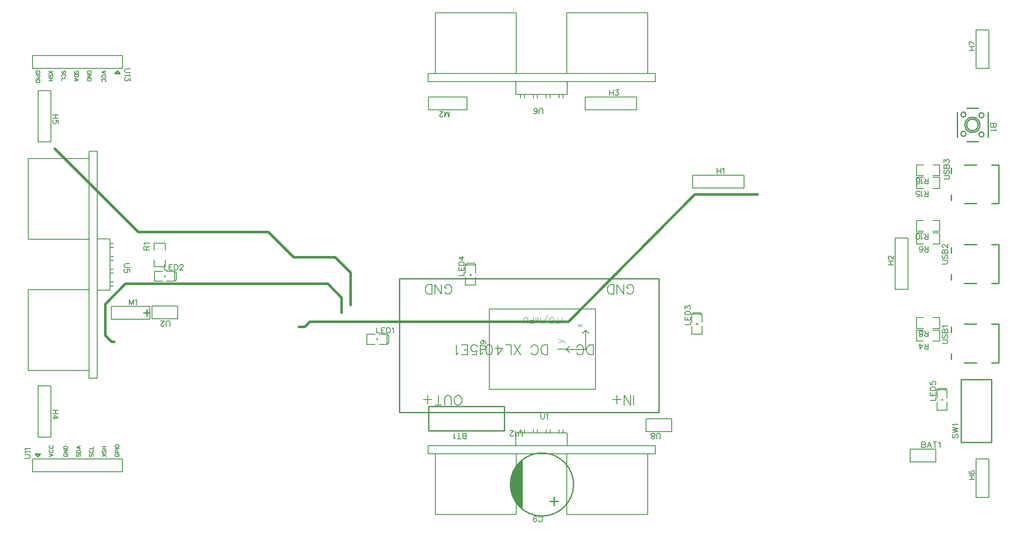
<source format=gto>
G04 Layer: TopSilkscreenLayer*
G04 EasyEDA v6.5.34, 2023-09-07 22:36:22*
G04 6936e88fb932453b8581c8861ee1522a,0b3e81c085af431c91bff7fd5324728f,10*
G04 Gerber Generator version 0.2*
G04 Scale: 100 percent, Rotated: No, Reflected: No *
G04 Dimensions in millimeters *
G04 leading zeros omitted , absolute positions ,4 integer and 5 decimal *
%FSLAX45Y45*%
%MOMM*%

%ADD10C,0.1524*%
%ADD11C,0.1016*%
%ADD12C,0.2032*%
%ADD13C,0.5080*%
%ADD14C,0.2540*%
%ADD15C,0.2030*%
%ADD16C,0.2000*%
%ADD17C,0.1270*%
%ADD18C,0.0107*%

%LPD*%
D10*
X10119537Y-89667D02*
G01*
X10124617Y-100081D01*
X10135031Y-110495D01*
X10145445Y-115829D01*
X10166273Y-115829D01*
X10176687Y-110495D01*
X10187101Y-100081D01*
X10192181Y-89667D01*
X10197515Y-74173D01*
X10197515Y-48265D01*
X10192181Y-32517D01*
X10187101Y-22103D01*
X10176687Y-11689D01*
X10166273Y-6609D01*
X10145445Y-6609D01*
X10135031Y-11689D01*
X10124617Y-22103D01*
X10119537Y-32517D01*
X10017683Y-79253D02*
G01*
X10023017Y-63759D01*
X10033177Y-53345D01*
X10048925Y-48265D01*
X10054005Y-48265D01*
X10069753Y-53345D01*
X10080167Y-63759D01*
X10085247Y-79253D01*
X10085247Y-84587D01*
X10080167Y-100081D01*
X10069753Y-110495D01*
X10054005Y-115829D01*
X10048925Y-115829D01*
X10033177Y-110495D01*
X10023017Y-100081D01*
X10017683Y-79253D01*
X10017683Y-53345D01*
X10023017Y-27437D01*
X10033177Y-11689D01*
X10048925Y-6609D01*
X10059339Y-6609D01*
X10074833Y-11689D01*
X10080167Y-22103D01*
X13649528Y6892792D02*
G01*
X13649528Y6783572D01*
X13722172Y6892792D02*
G01*
X13722172Y6783572D01*
X13649528Y6840722D02*
G01*
X13722172Y6840722D01*
X13756462Y6871964D02*
G01*
X13766876Y6877044D01*
X13782624Y6892792D01*
X13782624Y6783572D01*
X17032249Y4974534D02*
G01*
X17141469Y4974534D01*
X17032249Y5047178D02*
G01*
X17141469Y5047178D01*
X17084319Y4974534D02*
G01*
X17084319Y5047178D01*
X17058157Y5086802D02*
G01*
X17053077Y5086802D01*
X17042663Y5091882D01*
X17037583Y5097216D01*
X17032249Y5107630D01*
X17032249Y5128204D01*
X17037583Y5138618D01*
X17042663Y5143952D01*
X17053077Y5149032D01*
X17063491Y5149032D01*
X17073905Y5143952D01*
X17089399Y5133538D01*
X17141469Y5081468D01*
X17141469Y5154366D01*
X617651Y2100320D02*
G01*
X508685Y2100320D01*
X617651Y2027676D02*
G01*
X508685Y2027676D01*
X565835Y2100320D02*
G01*
X565835Y2027676D01*
X617651Y1941316D02*
G01*
X545007Y1993386D01*
X545007Y1915408D01*
X617651Y1941316D02*
G01*
X508685Y1941316D01*
X617804Y7950296D02*
G01*
X508584Y7950296D01*
X617804Y7877652D02*
G01*
X508584Y7877652D01*
X565734Y7950296D02*
G01*
X565734Y7877652D01*
X617804Y7780878D02*
G01*
X617804Y7832948D01*
X571068Y7838028D01*
X576148Y7832948D01*
X581482Y7817454D01*
X581482Y7801706D01*
X576148Y7786212D01*
X565734Y7775798D01*
X550240Y7770718D01*
X539826Y7770718D01*
X524332Y7775798D01*
X513918Y7786212D01*
X508584Y7801706D01*
X508584Y7817454D01*
X513918Y7832948D01*
X518998Y7838028D01*
X529412Y7843362D01*
X2024710Y4292594D02*
G01*
X2024710Y4183628D01*
X2024710Y4292594D02*
G01*
X2066112Y4183628D01*
X2107768Y4292594D02*
G01*
X2066112Y4183628D01*
X2107768Y4292594D02*
G01*
X2107768Y4183628D01*
X2142058Y4272020D02*
G01*
X2152472Y4277100D01*
X2167966Y4292594D01*
X2167966Y4183628D01*
X8350326Y7907319D02*
G01*
X8350326Y8016285D01*
X8350326Y7907319D02*
G01*
X8308924Y8016285D01*
X8267268Y7907319D02*
G01*
X8308924Y8016285D01*
X8267268Y7907319D02*
G01*
X8267268Y8016285D01*
X8227898Y7933227D02*
G01*
X8227898Y7928147D01*
X8222564Y7917733D01*
X8217484Y7912399D01*
X8207070Y7907319D01*
X8186242Y7907319D01*
X8175828Y7912399D01*
X8170748Y7917733D01*
X8165414Y7928147D01*
X8165414Y7938561D01*
X8170748Y7948721D01*
X8181162Y7964469D01*
X8232978Y8016285D01*
X8160334Y8016285D01*
X6914972Y3734556D02*
G01*
X6914972Y3625336D01*
X6914972Y3625336D02*
G01*
X6977456Y3625336D01*
X7011746Y3734556D02*
G01*
X7011746Y3625336D01*
X7011746Y3734556D02*
G01*
X7079310Y3734556D01*
X7011746Y3682486D02*
G01*
X7053148Y3682486D01*
X7011746Y3625336D02*
G01*
X7079310Y3625336D01*
X7113600Y3734556D02*
G01*
X7113600Y3625336D01*
X7113600Y3734556D02*
G01*
X7149922Y3734556D01*
X7165416Y3729222D01*
X7175830Y3719062D01*
X7180910Y3708648D01*
X7186244Y3692900D01*
X7186244Y3666992D01*
X7180910Y3651498D01*
X7175830Y3641084D01*
X7165416Y3630670D01*
X7149922Y3625336D01*
X7113600Y3625336D01*
X7220534Y3713728D02*
G01*
X7230948Y3719062D01*
X7246442Y3734556D01*
X7246442Y3625336D01*
X2714962Y4984559D02*
G01*
X2714962Y4875339D01*
X2714962Y4875339D02*
G01*
X2777446Y4875339D01*
X2811736Y4984559D02*
G01*
X2811736Y4875339D01*
X2811736Y4984559D02*
G01*
X2879300Y4984559D01*
X2811736Y4932489D02*
G01*
X2853138Y4932489D01*
X2811736Y4875339D02*
G01*
X2879300Y4875339D01*
X2913590Y4984559D02*
G01*
X2913590Y4875339D01*
X2913590Y4984559D02*
G01*
X2949912Y4984559D01*
X2965406Y4979225D01*
X2975820Y4968811D01*
X2981154Y4958397D01*
X2986234Y4942903D01*
X2986234Y4916995D01*
X2981154Y4901247D01*
X2975820Y4891087D01*
X2965406Y4880673D01*
X2949912Y4875339D01*
X2913590Y4875339D01*
X3025604Y4958397D02*
G01*
X3025604Y4963731D01*
X3030938Y4974145D01*
X3036018Y4979225D01*
X3046432Y4984559D01*
X3067260Y4984559D01*
X3077674Y4979225D01*
X3082754Y4974145D01*
X3088088Y4963731D01*
X3088088Y4953317D01*
X3082754Y4942903D01*
X3072594Y4927409D01*
X3020524Y4875339D01*
X3093168Y4875339D01*
X13015252Y3790213D02*
G01*
X13124472Y3790213D01*
X13124472Y3790213D02*
G01*
X13124472Y3852443D01*
X13015252Y3886733D02*
G01*
X13124472Y3886733D01*
X13015252Y3886733D02*
G01*
X13015252Y3954297D01*
X13067322Y3886733D02*
G01*
X13067322Y3928389D01*
X13124472Y3886733D02*
G01*
X13124472Y3954297D01*
X13015252Y3988587D02*
G01*
X13124472Y3988587D01*
X13015252Y3988587D02*
G01*
X13015252Y4024909D01*
X13020586Y4040657D01*
X13031000Y4051071D01*
X13041160Y4056151D01*
X13056908Y4061231D01*
X13082816Y4061231D01*
X13098310Y4056151D01*
X13108724Y4051071D01*
X13119138Y4040657D01*
X13124472Y4024909D01*
X13124472Y3988587D01*
X13015252Y4105935D02*
G01*
X13015252Y4163085D01*
X13056908Y4132097D01*
X13056908Y4147591D01*
X13061988Y4158005D01*
X13067322Y4163085D01*
X13082816Y4168419D01*
X13093230Y4168419D01*
X13108724Y4163085D01*
X13119138Y4152671D01*
X13124472Y4137177D01*
X13124472Y4121683D01*
X13119138Y4105935D01*
X13114058Y4100855D01*
X13103644Y4095521D01*
X17865427Y2289995D02*
G01*
X17974647Y2289995D01*
X17974647Y2289995D02*
G01*
X17974647Y2352479D01*
X17865427Y2386769D02*
G01*
X17974647Y2386769D01*
X17865427Y2386769D02*
G01*
X17865427Y2454333D01*
X17917497Y2386769D02*
G01*
X17917497Y2428171D01*
X17974647Y2386769D02*
G01*
X17974647Y2454333D01*
X17865427Y2488623D02*
G01*
X17974647Y2488623D01*
X17865427Y2488623D02*
G01*
X17865427Y2524945D01*
X17870507Y2540439D01*
X17880921Y2550853D01*
X17891335Y2555933D01*
X17907083Y2561267D01*
X17932991Y2561267D01*
X17948485Y2555933D01*
X17958899Y2550853D01*
X17969313Y2540439D01*
X17974647Y2524945D01*
X17974647Y2488623D01*
X17865427Y2657787D02*
G01*
X17865427Y2605971D01*
X17912163Y2600637D01*
X17907083Y2605971D01*
X17901749Y2621465D01*
X17901749Y2637213D01*
X17907083Y2652707D01*
X17917497Y2663121D01*
X17932991Y2668201D01*
X17943405Y2668201D01*
X17958899Y2663121D01*
X17969313Y2652707D01*
X17974647Y2637213D01*
X17974647Y2621465D01*
X17969313Y2605971D01*
X17964233Y2600637D01*
X17953819Y2595557D01*
X8540351Y4765055D02*
G01*
X8649571Y4765055D01*
X8649571Y4765055D02*
G01*
X8649571Y4827539D01*
X8540351Y4861829D02*
G01*
X8649571Y4861829D01*
X8540351Y4861829D02*
G01*
X8540351Y4929393D01*
X8592421Y4861829D02*
G01*
X8592421Y4903231D01*
X8649571Y4861829D02*
G01*
X8649571Y4929393D01*
X8540351Y4963683D02*
G01*
X8649571Y4963683D01*
X8540351Y4963683D02*
G01*
X8540351Y5000005D01*
X8545685Y5015499D01*
X8556099Y5025913D01*
X8566513Y5030993D01*
X8582007Y5036327D01*
X8607915Y5036327D01*
X8623663Y5030993D01*
X8634077Y5025913D01*
X8644237Y5015499D01*
X8649571Y5000005D01*
X8649571Y4963683D01*
X8540351Y5122433D02*
G01*
X8613249Y5070617D01*
X8613249Y5148595D01*
X8540351Y5122433D02*
G01*
X8649571Y5122433D01*
X2825071Y3759814D02*
G01*
X2825071Y3837538D01*
X2819737Y3853286D01*
X2809323Y3863700D01*
X2793829Y3868780D01*
X2783415Y3868780D01*
X2767921Y3863700D01*
X2757507Y3853286D01*
X2752173Y3837538D01*
X2752173Y3759814D01*
X2712803Y3785722D02*
G01*
X2712803Y3780388D01*
X2707469Y3769974D01*
X2702389Y3764894D01*
X2691975Y3759814D01*
X2671147Y3759814D01*
X2660733Y3764894D01*
X2655653Y3769974D01*
X2650319Y3780388D01*
X2650319Y3790802D01*
X2655653Y3801216D01*
X2666067Y3816964D01*
X2717883Y3868780D01*
X2645239Y3868780D01*
X17824963Y3307275D02*
G01*
X17824963Y3416495D01*
X17824963Y3307275D02*
G01*
X17778227Y3307275D01*
X17762733Y3312355D01*
X17757399Y3317689D01*
X17752319Y3328103D01*
X17752319Y3338517D01*
X17757399Y3348931D01*
X17762733Y3354011D01*
X17778227Y3359345D01*
X17824963Y3359345D01*
X17788641Y3359345D02*
G01*
X17752319Y3416495D01*
X17665959Y3307275D02*
G01*
X17718029Y3379919D01*
X17640051Y3379919D01*
X17665959Y3307275D02*
G01*
X17665959Y3416495D01*
X17824963Y3557275D02*
G01*
X17824963Y3666495D01*
X17824963Y3557275D02*
G01*
X17778227Y3557275D01*
X17762733Y3562355D01*
X17757399Y3567689D01*
X17752319Y3578103D01*
X17752319Y3588517D01*
X17757399Y3598931D01*
X17762733Y3604011D01*
X17778227Y3609345D01*
X17824963Y3609345D01*
X17788641Y3609345D02*
G01*
X17752319Y3666495D01*
X17692121Y3557275D02*
G01*
X17707615Y3562355D01*
X17712949Y3572769D01*
X17712949Y3583183D01*
X17707615Y3593597D01*
X17697201Y3598931D01*
X17676373Y3604011D01*
X17660879Y3609345D01*
X17650465Y3619505D01*
X17645385Y3629919D01*
X17645385Y3645667D01*
X17650465Y3656081D01*
X17655799Y3661161D01*
X17671293Y3666495D01*
X17692121Y3666495D01*
X17707615Y3661161D01*
X17712949Y3656081D01*
X17718029Y3645667D01*
X17718029Y3629919D01*
X17712949Y3619505D01*
X17702535Y3609345D01*
X17686787Y3604011D01*
X17665959Y3598931D01*
X17655799Y3593597D01*
X17650465Y3583183D01*
X17650465Y3572769D01*
X17655799Y3562355D01*
X17671293Y3557275D01*
X17692121Y3557275D01*
X17824963Y6332268D02*
G01*
X17824963Y6441488D01*
X17824963Y6332268D02*
G01*
X17778227Y6332268D01*
X17762733Y6337348D01*
X17757399Y6342682D01*
X17752319Y6353096D01*
X17752319Y6363510D01*
X17757399Y6373924D01*
X17762733Y6379004D01*
X17778227Y6384338D01*
X17824963Y6384338D01*
X17788641Y6384338D02*
G01*
X17752319Y6441488D01*
X17718029Y6353096D02*
G01*
X17707615Y6347762D01*
X17692121Y6332268D01*
X17692121Y6441488D01*
X17595347Y6332268D02*
G01*
X17647417Y6332268D01*
X17652497Y6379004D01*
X17647417Y6373924D01*
X17631669Y6368590D01*
X17616175Y6368590D01*
X17600681Y6373924D01*
X17590267Y6384338D01*
X17584933Y6399832D01*
X17584933Y6410246D01*
X17590267Y6425740D01*
X17600681Y6436154D01*
X17616175Y6441488D01*
X17631669Y6441488D01*
X17647417Y6436154D01*
X17652497Y6431074D01*
X17657831Y6420660D01*
X17824963Y6582267D02*
G01*
X17824963Y6691487D01*
X17824963Y6582267D02*
G01*
X17778227Y6582267D01*
X17762733Y6587347D01*
X17757399Y6592681D01*
X17752319Y6603095D01*
X17752319Y6613509D01*
X17757399Y6623923D01*
X17762733Y6629003D01*
X17778227Y6634337D01*
X17824963Y6634337D01*
X17788641Y6634337D02*
G01*
X17752319Y6691487D01*
X17718029Y6603095D02*
G01*
X17707615Y6597761D01*
X17692121Y6582267D01*
X17692121Y6691487D01*
X17595347Y6597761D02*
G01*
X17600681Y6587347D01*
X17616175Y6582267D01*
X17626589Y6582267D01*
X17642083Y6587347D01*
X17652497Y6603095D01*
X17657831Y6629003D01*
X17657831Y6654911D01*
X17652497Y6675739D01*
X17642083Y6686153D01*
X17626589Y6691487D01*
X17621255Y6691487D01*
X17605761Y6686153D01*
X17595347Y6675739D01*
X17590267Y6660245D01*
X17590267Y6654911D01*
X17595347Y6639417D01*
X17605761Y6629003D01*
X17621255Y6623923D01*
X17626589Y6623923D01*
X17642083Y6629003D01*
X17652497Y6639417D01*
X17657831Y6654911D01*
X2309652Y5275077D02*
G01*
X2418872Y5275077D01*
X2309652Y5275077D02*
G01*
X2309652Y5321813D01*
X2314732Y5337307D01*
X2320066Y5342641D01*
X2330480Y5347721D01*
X2340894Y5347721D01*
X2351308Y5342641D01*
X2356388Y5337307D01*
X2361722Y5321813D01*
X2361722Y5275077D01*
X2361722Y5311399D02*
G01*
X2418872Y5347721D01*
X2330480Y5382011D02*
G01*
X2325146Y5392425D01*
X2309652Y5407919D01*
X2418872Y5407919D01*
X17699736Y1467698D02*
G01*
X17699736Y1358478D01*
X17699736Y1467698D02*
G01*
X17746472Y1467698D01*
X17761966Y1462364D01*
X17767300Y1457284D01*
X17772379Y1446870D01*
X17772379Y1436456D01*
X17767300Y1426042D01*
X17761966Y1420962D01*
X17746472Y1415628D01*
X17699736Y1415628D02*
G01*
X17746472Y1415628D01*
X17761966Y1410548D01*
X17767300Y1405214D01*
X17772379Y1394800D01*
X17772379Y1379306D01*
X17767300Y1368892D01*
X17761966Y1363812D01*
X17746472Y1358478D01*
X17699736Y1358478D01*
X17848326Y1467698D02*
G01*
X17806670Y1358478D01*
X17848326Y1467698D02*
G01*
X17889727Y1358478D01*
X17822163Y1394800D02*
G01*
X17874234Y1394800D01*
X17960340Y1467698D02*
G01*
X17960340Y1358478D01*
X17924018Y1467698D02*
G01*
X17996916Y1467698D01*
X18031206Y1446870D02*
G01*
X18041620Y1451950D01*
X18057113Y1467698D01*
X18057113Y1358478D01*
X18319465Y1622216D02*
G01*
X18309305Y1611802D01*
X18303971Y1596308D01*
X18303971Y1575480D01*
X18309305Y1559986D01*
X18319465Y1549572D01*
X18329879Y1549572D01*
X18340293Y1554652D01*
X18345627Y1559986D01*
X18350707Y1570400D01*
X18361121Y1601388D01*
X18366455Y1611802D01*
X18371535Y1617136D01*
X18381949Y1622216D01*
X18397443Y1622216D01*
X18407857Y1611802D01*
X18413191Y1596308D01*
X18413191Y1575480D01*
X18407857Y1559986D01*
X18397443Y1549572D01*
X18303971Y1656506D02*
G01*
X18413191Y1682668D01*
X18303971Y1708576D02*
G01*
X18413191Y1682668D01*
X18303971Y1708576D02*
G01*
X18413191Y1734484D01*
X18303971Y1760392D02*
G01*
X18413191Y1734484D01*
X18324799Y1794682D02*
G01*
X18319465Y1805096D01*
X18303971Y1820844D01*
X18413191Y1820844D01*
X17824963Y5232272D02*
G01*
X17824963Y5341493D01*
X17824963Y5232272D02*
G01*
X17778227Y5232272D01*
X17762733Y5237353D01*
X17757399Y5242687D01*
X17752319Y5253101D01*
X17752319Y5263514D01*
X17757399Y5273929D01*
X17762733Y5279009D01*
X17778227Y5284343D01*
X17824963Y5284343D01*
X17788641Y5284343D02*
G01*
X17752319Y5341493D01*
X17655545Y5247767D02*
G01*
X17660879Y5237353D01*
X17676373Y5232272D01*
X17686787Y5232272D01*
X17702535Y5237353D01*
X17712695Y5253101D01*
X17718029Y5279009D01*
X17718029Y5304917D01*
X17712695Y5325745D01*
X17702535Y5336159D01*
X17686787Y5341493D01*
X17681707Y5341493D01*
X17665959Y5336159D01*
X17655545Y5325745D01*
X17650465Y5310251D01*
X17650465Y5304917D01*
X17655545Y5289422D01*
X17665959Y5279009D01*
X17681707Y5273929D01*
X17686787Y5273929D01*
X17702535Y5279009D01*
X17712695Y5289422D01*
X17718029Y5304917D01*
X17824963Y5482272D02*
G01*
X17824963Y5591492D01*
X17824963Y5482272D02*
G01*
X17778227Y5482272D01*
X17762733Y5487352D01*
X17757399Y5492686D01*
X17752319Y5503100D01*
X17752319Y5513514D01*
X17757399Y5523928D01*
X17762733Y5529008D01*
X17778227Y5534342D01*
X17824963Y5534342D01*
X17788641Y5534342D02*
G01*
X17752319Y5591492D01*
X17718029Y5503100D02*
G01*
X17707615Y5497766D01*
X17692121Y5482272D01*
X17692121Y5591492D01*
X17626589Y5482272D02*
G01*
X17642083Y5487352D01*
X17652497Y5503100D01*
X17657831Y5529008D01*
X17657831Y5544502D01*
X17652497Y5570664D01*
X17642083Y5586158D01*
X17626589Y5591492D01*
X17616175Y5591492D01*
X17600681Y5586158D01*
X17590267Y5570664D01*
X17584933Y5544502D01*
X17584933Y5529008D01*
X17590267Y5503100D01*
X17600681Y5487352D01*
X17616175Y5482272D01*
X17626589Y5482272D01*
X8689982Y1532280D02*
G01*
X8689982Y1641246D01*
X8689982Y1532280D02*
G01*
X8643246Y1532280D01*
X8627752Y1537360D01*
X8622418Y1542694D01*
X8617338Y1553108D01*
X8617338Y1563522D01*
X8622418Y1573936D01*
X8627752Y1579016D01*
X8643246Y1584096D01*
X8689982Y1584096D02*
G01*
X8643246Y1584096D01*
X8627752Y1589430D01*
X8622418Y1594510D01*
X8617338Y1604924D01*
X8617338Y1620672D01*
X8622418Y1631086D01*
X8627752Y1636166D01*
X8643246Y1641246D01*
X8689982Y1641246D01*
X8546472Y1532280D02*
G01*
X8546472Y1641246D01*
X8583048Y1532280D02*
G01*
X8510150Y1532280D01*
X8475860Y1553108D02*
G01*
X8465446Y1547774D01*
X8449952Y1532280D01*
X8449952Y1641246D01*
X18103494Y3417384D02*
G01*
X18181472Y3417384D01*
X18196966Y3422464D01*
X18207380Y3432878D01*
X18212460Y3448626D01*
X18212460Y3459040D01*
X18207380Y3474534D01*
X18196966Y3484948D01*
X18181472Y3490028D01*
X18103494Y3490028D01*
X18118988Y3597216D02*
G01*
X18108574Y3586802D01*
X18103494Y3571054D01*
X18103494Y3550480D01*
X18108574Y3534732D01*
X18118988Y3524318D01*
X18129402Y3524318D01*
X18139816Y3529652D01*
X18145150Y3534732D01*
X18150230Y3545146D01*
X18160644Y3576388D01*
X18165724Y3586802D01*
X18171058Y3591882D01*
X18181472Y3597216D01*
X18196966Y3597216D01*
X18207380Y3586802D01*
X18212460Y3571054D01*
X18212460Y3550480D01*
X18207380Y3534732D01*
X18196966Y3524318D01*
X18103494Y3631506D02*
G01*
X18212460Y3631506D01*
X18103494Y3631506D02*
G01*
X18103494Y3678242D01*
X18108574Y3693736D01*
X18113908Y3699070D01*
X18124322Y3704150D01*
X18134736Y3704150D01*
X18145150Y3699070D01*
X18150230Y3693736D01*
X18155310Y3678242D01*
X18155310Y3631506D02*
G01*
X18155310Y3678242D01*
X18160644Y3693736D01*
X18165724Y3699070D01*
X18176138Y3704150D01*
X18191886Y3704150D01*
X18202300Y3699070D01*
X18207380Y3693736D01*
X18212460Y3678242D01*
X18212460Y3631506D01*
X18124322Y3738440D02*
G01*
X18118988Y3748854D01*
X18103494Y3764348D01*
X18212460Y3764348D01*
X19170878Y7775384D02*
G01*
X19061658Y7775384D01*
X19170878Y7775384D02*
G01*
X19170878Y7728648D01*
X19165798Y7713154D01*
X19160464Y7707820D01*
X19150050Y7702740D01*
X19139636Y7702740D01*
X19129222Y7707820D01*
X19124142Y7713154D01*
X19118808Y7728648D01*
X19118808Y7775384D02*
G01*
X19118808Y7728648D01*
X19113728Y7713154D01*
X19108648Y7707820D01*
X19098234Y7702740D01*
X19082486Y7702740D01*
X19072072Y7707820D01*
X19066992Y7713154D01*
X19061658Y7728648D01*
X19061658Y7775384D01*
X19150050Y7668450D02*
G01*
X19155384Y7658036D01*
X19170878Y7642542D01*
X19061658Y7642542D01*
X11524576Y8442698D02*
G01*
X11524576Y8333478D01*
X11597220Y8442698D02*
G01*
X11597220Y8333478D01*
X11524576Y8390628D02*
G01*
X11597220Y8390628D01*
X11641924Y8442698D02*
G01*
X11699074Y8442698D01*
X11667832Y8401042D01*
X11683580Y8401042D01*
X11693994Y8395962D01*
X11699074Y8390628D01*
X11704154Y8375134D01*
X11704154Y8364720D01*
X11699074Y8349226D01*
X11688660Y8338812D01*
X11673166Y8333478D01*
X11657418Y8333478D01*
X11641924Y8338812D01*
X11636844Y8343892D01*
X11631510Y8354306D01*
X10161955Y2029713D02*
G01*
X10161955Y1951736D01*
X10167035Y1936242D01*
X10177449Y1925828D01*
X10192943Y1920494D01*
X10203357Y1920494D01*
X10219105Y1925828D01*
X10229519Y1936242D01*
X10234599Y1951736D01*
X10234599Y2029713D01*
X10268889Y2008886D02*
G01*
X10279303Y2014220D01*
X10294797Y2029713D01*
X10294797Y1920494D01*
X2029713Y4999989D02*
G01*
X1951736Y4999989D01*
X1936242Y4994910D01*
X1925827Y4984496D01*
X1920493Y4969002D01*
X1920493Y4958587D01*
X1925827Y4942839D01*
X1936242Y4932426D01*
X1951736Y4927346D01*
X2029713Y4927346D01*
X2029713Y4830826D02*
G01*
X2029713Y4882642D01*
X1982977Y4887976D01*
X1988058Y4882642D01*
X1993392Y4867147D01*
X1993392Y4851400D01*
X1988058Y4835905D01*
X1977643Y4825492D01*
X1962150Y4820412D01*
X1951736Y4820412D01*
X1936242Y4825492D01*
X1925827Y4835905D01*
X1920493Y4851400D01*
X1920493Y4867147D01*
X1925827Y4882642D01*
X1930908Y4887976D01*
X1941322Y4893055D01*
X10199979Y7970265D02*
G01*
X10199979Y8048244D01*
X10194899Y8063737D01*
X10184485Y8074152D01*
X10168991Y8079486D01*
X10158577Y8079486D01*
X10142829Y8074152D01*
X10132415Y8063737D01*
X10127335Y8048244D01*
X10127335Y7970265D01*
X10030815Y7985760D02*
G01*
X10035895Y7975346D01*
X10051389Y7970265D01*
X10061803Y7970265D01*
X10077551Y7975346D01*
X10087965Y7991094D01*
X10093045Y8017002D01*
X10093045Y8042910D01*
X10087965Y8063737D01*
X10077551Y8074152D01*
X10061803Y8079486D01*
X10056723Y8079486D01*
X10040975Y8074152D01*
X10030815Y8063737D01*
X10025481Y8048244D01*
X10025481Y8042910D01*
X10030815Y8027415D01*
X10040975Y8017002D01*
X10056723Y8011921D01*
X10061803Y8011921D01*
X10077551Y8017002D01*
X10087965Y8027415D01*
X10093045Y8042910D01*
X12525375Y1532280D02*
G01*
X12525375Y1610258D01*
X12520295Y1625752D01*
X12509881Y1636166D01*
X12494386Y1641500D01*
X12483972Y1641500D01*
X12468225Y1636166D01*
X12457811Y1625752D01*
X12452731Y1610258D01*
X12452731Y1532280D01*
X12392533Y1532280D02*
G01*
X12408027Y1537360D01*
X12413106Y1547774D01*
X12413106Y1558188D01*
X12408027Y1568602D01*
X12397613Y1573936D01*
X12376784Y1579016D01*
X12361290Y1584350D01*
X12350877Y1594510D01*
X12345797Y1604924D01*
X12345797Y1620672D01*
X12350877Y1631086D01*
X12355956Y1636166D01*
X12371704Y1641500D01*
X12392533Y1641500D01*
X12408027Y1636166D01*
X12413106Y1631086D01*
X12418440Y1620672D01*
X12418440Y1604924D01*
X12413106Y1594510D01*
X12402947Y1584350D01*
X12387199Y1579016D01*
X12366370Y1573936D01*
X12355956Y1568602D01*
X12350877Y1558188D01*
X12350877Y1547774D01*
X12355956Y1537360D01*
X12371704Y1532280D01*
X12392533Y1532280D01*
X8967063Y3299993D02*
G01*
X9045041Y3299993D01*
X9060535Y3305073D01*
X9070949Y3315487D01*
X9076283Y3330981D01*
X9076283Y3341395D01*
X9070949Y3357143D01*
X9060535Y3367557D01*
X9045041Y3372637D01*
X8967063Y3372637D01*
X9003385Y3474491D02*
G01*
X9019133Y3469411D01*
X9029293Y3458997D01*
X9034627Y3443249D01*
X9034627Y3438169D01*
X9029293Y3422421D01*
X9019133Y3412261D01*
X9003385Y3406927D01*
X8998305Y3406927D01*
X8982557Y3412261D01*
X8972143Y3422421D01*
X8967063Y3438169D01*
X8967063Y3443249D01*
X8972143Y3458997D01*
X8982557Y3469411D01*
X9003385Y3474491D01*
X9029293Y3474491D01*
X9055455Y3469411D01*
X9070949Y3458997D01*
X9076283Y3443249D01*
X9076283Y3432835D01*
X9070949Y3417341D01*
X9060535Y3412261D01*
D11*
X10899749Y3744493D02*
G01*
X10980521Y3807993D01*
X10899749Y3807993D02*
G01*
X10980521Y3744493D01*
X10518749Y3432835D02*
G01*
X10599521Y3467379D01*
X10518749Y3501923D02*
G01*
X10599521Y3467379D01*
X10622635Y3455949D01*
X10634065Y3444265D01*
X10639907Y3432835D01*
X10639907Y3426993D01*
X10574977Y3821727D02*
G01*
X10574977Y3943139D01*
X10496491Y3821727D02*
G01*
X10496491Y3943139D01*
X10536877Y3821727D02*
G01*
X10456105Y3821727D01*
X10331391Y3850683D02*
G01*
X10337233Y3839253D01*
X10348663Y3827569D01*
X10360347Y3821727D01*
X10383207Y3821727D01*
X10394891Y3827569D01*
X10406321Y3839253D01*
X10412163Y3850683D01*
X10418005Y3867955D01*
X10418005Y3896911D01*
X10412163Y3914183D01*
X10406321Y3925867D01*
X10394891Y3937297D01*
X10383207Y3943139D01*
X10360347Y3943139D01*
X10348663Y3937297D01*
X10337233Y3925867D01*
X10331391Y3914183D01*
X10331391Y3896911D01*
X10360347Y3896911D02*
G01*
X10331391Y3896911D01*
X10189405Y3798867D02*
G01*
X10293291Y3983525D01*
X10151305Y3821727D02*
G01*
X10151305Y3943139D01*
X10151305Y3821727D02*
G01*
X10105077Y3943139D01*
X10058849Y3821727D02*
G01*
X10105077Y3943139D01*
X10058849Y3821727D02*
G01*
X10058849Y3943139D01*
X10020749Y3821727D02*
G01*
X10020749Y3943139D01*
X10020749Y3821727D02*
G01*
X9968933Y3821727D01*
X9951407Y3827569D01*
X9945819Y3833411D01*
X9939977Y3844841D01*
X9939977Y3862367D01*
X9945819Y3873797D01*
X9951407Y3879639D01*
X9968933Y3885227D01*
X10020749Y3885227D01*
X9901877Y3821727D02*
G01*
X9901877Y3908341D01*
X9896035Y3925867D01*
X9884605Y3937297D01*
X9867333Y3943139D01*
X9855649Y3943139D01*
X9838377Y3937297D01*
X9826947Y3925867D01*
X9821105Y3908341D01*
X9821105Y3821727D01*
D10*
X9794875Y1580238D02*
G01*
X9794875Y1657962D01*
X9789795Y1673710D01*
X9779381Y1684124D01*
X9763886Y1689204D01*
X9753472Y1689204D01*
X9737725Y1684124D01*
X9727311Y1673710D01*
X9722231Y1657962D01*
X9722231Y1580238D01*
X9687940Y1600812D02*
G01*
X9677527Y1595732D01*
X9662033Y1580238D01*
X9662033Y1689204D01*
X9622409Y1606146D02*
G01*
X9622409Y1600812D01*
X9617329Y1590398D01*
X9611995Y1585318D01*
X9601581Y1580238D01*
X9581006Y1580238D01*
X9570593Y1585318D01*
X9565259Y1590398D01*
X9560179Y1600812D01*
X9560179Y1611226D01*
X9565259Y1621640D01*
X9575672Y1637388D01*
X9627743Y1689204D01*
X9554845Y1689204D01*
D12*
X11199977Y3195012D02*
G01*
X11199977Y3388814D01*
X11199977Y3195012D02*
G01*
X11135207Y3195012D01*
X11107521Y3204156D01*
X11089233Y3222698D01*
X11079835Y3241240D01*
X11070691Y3268926D01*
X11070691Y3314900D01*
X11079835Y3342840D01*
X11089233Y3361128D01*
X11107521Y3379670D01*
X11135207Y3388814D01*
X11199977Y3388814D01*
X10871047Y3241240D02*
G01*
X10880445Y3222698D01*
X10898987Y3204156D01*
X10917275Y3195012D01*
X10954359Y3195012D01*
X10972647Y3204156D01*
X10991189Y3222698D01*
X11000587Y3241240D01*
X11009731Y3268926D01*
X11009731Y3314900D01*
X11000587Y3342840D01*
X10991189Y3361128D01*
X10972647Y3379670D01*
X10954359Y3388814D01*
X10917275Y3388814D01*
X10898987Y3379670D01*
X10880445Y3361128D01*
X10871047Y3342840D01*
X10667847Y3305756D02*
G01*
X10501731Y3305756D01*
X10298531Y3195012D02*
G01*
X10298531Y3388814D01*
X10298531Y3195012D02*
G01*
X10233761Y3195012D01*
X10206075Y3204156D01*
X10187787Y3222698D01*
X10178389Y3241240D01*
X10169245Y3268926D01*
X10169245Y3314900D01*
X10178389Y3342840D01*
X10187787Y3361128D01*
X10206075Y3379670D01*
X10233761Y3388814D01*
X10298531Y3388814D01*
X9969601Y3241240D02*
G01*
X9978999Y3222698D01*
X9997287Y3204156D01*
X10015829Y3195012D01*
X10052913Y3195012D01*
X10071201Y3204156D01*
X10089743Y3222698D01*
X10098887Y3241240D01*
X10108285Y3268926D01*
X10108285Y3314900D01*
X10098887Y3342840D01*
X10089743Y3361128D01*
X10071201Y3379670D01*
X10052913Y3388814D01*
X10015829Y3388814D01*
X9997287Y3379670D01*
X9978999Y3361128D01*
X9969601Y3342840D01*
X9766401Y3195012D02*
G01*
X9637115Y3388814D01*
X9637115Y3195012D02*
G01*
X9766401Y3388814D01*
X9576155Y3195012D02*
G01*
X9576155Y3388814D01*
X9576155Y3388814D02*
G01*
X9465411Y3388814D01*
X9311995Y3195012D02*
G01*
X9404451Y3324298D01*
X9265767Y3324298D01*
X9311995Y3195012D02*
G01*
X9311995Y3388814D01*
X9149435Y3195012D02*
G01*
X9177121Y3204156D01*
X9195663Y3231842D01*
X9204807Y3278070D01*
X9204807Y3305756D01*
X9195663Y3351984D01*
X9177121Y3379670D01*
X9149435Y3388814D01*
X9131147Y3388814D01*
X9103207Y3379670D01*
X9084919Y3351984D01*
X9075521Y3305756D01*
X9075521Y3278070D01*
X9084919Y3231842D01*
X9103207Y3204156D01*
X9131147Y3195012D01*
X9149435Y3195012D01*
X9014561Y3231842D02*
G01*
X8996273Y3222698D01*
X8968587Y3195012D01*
X8968587Y3388814D01*
X8796629Y3195012D02*
G01*
X8889085Y3195012D01*
X8898229Y3278070D01*
X8889085Y3268926D01*
X8861399Y3259528D01*
X8833713Y3259528D01*
X8806027Y3268926D01*
X8787485Y3287214D01*
X8778087Y3314900D01*
X8778087Y3333442D01*
X8787485Y3361128D01*
X8806027Y3379670D01*
X8833713Y3388814D01*
X8861399Y3388814D01*
X8889085Y3379670D01*
X8898229Y3370526D01*
X8907627Y3351984D01*
X8717127Y3195012D02*
G01*
X8717127Y3388814D01*
X8717127Y3195012D02*
G01*
X8597239Y3195012D01*
X8717127Y3287214D02*
G01*
X8643467Y3287214D01*
X8717127Y3388814D02*
G01*
X8597239Y3388814D01*
X8536279Y3231842D02*
G01*
X8517737Y3222698D01*
X8490051Y3195012D01*
X8490051Y3388814D01*
X8544610Y2195014D02*
G01*
X8563152Y2204158D01*
X8581440Y2222700D01*
X8590838Y2241242D01*
X8599982Y2268928D01*
X8599982Y2314902D01*
X8590838Y2342842D01*
X8581440Y2361130D01*
X8563152Y2379672D01*
X8544610Y2388816D01*
X8507526Y2388816D01*
X8489238Y2379672D01*
X8470696Y2361130D01*
X8461552Y2342842D01*
X8452154Y2314902D01*
X8452154Y2268928D01*
X8461552Y2241242D01*
X8470696Y2222700D01*
X8489238Y2204158D01*
X8507526Y2195014D01*
X8544610Y2195014D01*
X8391194Y2195014D02*
G01*
X8391194Y2333444D01*
X8382050Y2361130D01*
X8363508Y2379672D01*
X8335822Y2388816D01*
X8317280Y2388816D01*
X8289594Y2379672D01*
X8271052Y2361130D01*
X8261908Y2333444D01*
X8261908Y2195014D01*
X8136432Y2195014D02*
G01*
X8136432Y2388816D01*
X8200948Y2195014D02*
G01*
X8071662Y2195014D01*
X7927644Y2222700D02*
G01*
X7927644Y2388816D01*
X8010702Y2305758D02*
G01*
X7844332Y2305758D01*
X11999976Y2195014D02*
G01*
X11999976Y2388816D01*
X11939015Y2195014D02*
G01*
X11939015Y2388816D01*
X11939015Y2195014D02*
G01*
X11809729Y2388816D01*
X11809729Y2195014D02*
G01*
X11809729Y2388816D01*
X11665711Y2222700D02*
G01*
X11665711Y2388816D01*
X11748770Y2305758D02*
G01*
X11582400Y2305758D01*
X8261553Y4441238D02*
G01*
X8270697Y4422696D01*
X8289239Y4404154D01*
X8307527Y4395010D01*
X8344611Y4395010D01*
X8363153Y4404154D01*
X8381441Y4422696D01*
X8390839Y4441238D01*
X8399983Y4468924D01*
X8399983Y4514898D01*
X8390839Y4542838D01*
X8381441Y4561126D01*
X8363153Y4579668D01*
X8344611Y4588812D01*
X8307527Y4588812D01*
X8289239Y4579668D01*
X8270697Y4561126D01*
X8261553Y4542838D01*
X8261553Y4514898D01*
X8307527Y4514898D02*
G01*
X8261553Y4514898D01*
X8200593Y4395010D02*
G01*
X8200593Y4588812D01*
X8200593Y4395010D02*
G01*
X8071053Y4588812D01*
X8071053Y4395010D02*
G01*
X8071053Y4588812D01*
X8010093Y4395010D02*
G01*
X8010093Y4588812D01*
X8010093Y4395010D02*
G01*
X7945577Y4395010D01*
X7917891Y4404154D01*
X7899349Y4422696D01*
X7890205Y4441238D01*
X7880807Y4468924D01*
X7880807Y4514898D01*
X7890205Y4542838D01*
X7899349Y4561126D01*
X7917891Y4579668D01*
X7945577Y4588812D01*
X8010093Y4588812D01*
X11861545Y4441238D02*
G01*
X11870690Y4422696D01*
X11889231Y4404154D01*
X11907520Y4395010D01*
X11944604Y4395010D01*
X11963145Y4404154D01*
X11981434Y4422696D01*
X11990831Y4441238D01*
X11999976Y4468924D01*
X11999976Y4514898D01*
X11990831Y4542838D01*
X11981434Y4561126D01*
X11963145Y4579668D01*
X11944604Y4588812D01*
X11907520Y4588812D01*
X11889231Y4579668D01*
X11870690Y4561126D01*
X11861545Y4542838D01*
X11861545Y4514898D01*
X11907520Y4514898D02*
G01*
X11861545Y4514898D01*
X11800586Y4395010D02*
G01*
X11800586Y4588812D01*
X11800586Y4395010D02*
G01*
X11671045Y4588812D01*
X11671045Y4395010D02*
G01*
X11671045Y4588812D01*
X11610086Y4395010D02*
G01*
X11610086Y4588812D01*
X11610086Y4395010D02*
G01*
X11545570Y4395010D01*
X11517884Y4404154D01*
X11499342Y4422696D01*
X11490197Y4441238D01*
X11480800Y4468924D01*
X11480800Y4514898D01*
X11490197Y4542838D01*
X11499342Y4561126D01*
X11517884Y4579668D01*
X11545570Y4588812D01*
X11610086Y4588812D01*
D10*
X18103494Y4992382D02*
G01*
X18181218Y4992382D01*
X18196966Y4997462D01*
X18207380Y5007876D01*
X18212460Y5023370D01*
X18212460Y5033784D01*
X18207380Y5049532D01*
X18196966Y5059946D01*
X18181218Y5065026D01*
X18103494Y5065026D01*
X18118988Y5171960D02*
G01*
X18108574Y5161800D01*
X18103494Y5146052D01*
X18103494Y5125224D01*
X18108574Y5109730D01*
X18118988Y5099316D01*
X18129402Y5099316D01*
X18139816Y5104650D01*
X18144896Y5109730D01*
X18150230Y5120144D01*
X18160644Y5151386D01*
X18165724Y5161800D01*
X18170804Y5166880D01*
X18181218Y5171960D01*
X18196966Y5171960D01*
X18207380Y5161800D01*
X18212460Y5146052D01*
X18212460Y5125224D01*
X18207380Y5109730D01*
X18196966Y5099316D01*
X18103494Y5206250D02*
G01*
X18212460Y5206250D01*
X18103494Y5206250D02*
G01*
X18103494Y5253240D01*
X18108574Y5268734D01*
X18113654Y5273814D01*
X18124068Y5279148D01*
X18134482Y5279148D01*
X18144896Y5273814D01*
X18150230Y5268734D01*
X18155310Y5253240D01*
X18155310Y5206250D02*
G01*
X18155310Y5253240D01*
X18160644Y5268734D01*
X18165724Y5273814D01*
X18176138Y5279148D01*
X18191632Y5279148D01*
X18202046Y5273814D01*
X18207380Y5268734D01*
X18212460Y5253240D01*
X18212460Y5206250D01*
X18129402Y5318518D02*
G01*
X18124068Y5318518D01*
X18113654Y5323852D01*
X18108574Y5328932D01*
X18103494Y5339346D01*
X18103494Y5360174D01*
X18108574Y5370588D01*
X18113654Y5375668D01*
X18124068Y5381002D01*
X18134482Y5381002D01*
X18144896Y5375668D01*
X18160644Y5365254D01*
X18212460Y5313438D01*
X18212460Y5386082D01*
X18134723Y6675053D02*
G01*
X18212447Y6675053D01*
X18228195Y6680133D01*
X18238609Y6690547D01*
X18243689Y6706041D01*
X18243689Y6716455D01*
X18238609Y6732203D01*
X18228195Y6742617D01*
X18212447Y6747697D01*
X18134723Y6747697D01*
X18150217Y6854631D02*
G01*
X18139803Y6844471D01*
X18134723Y6828723D01*
X18134723Y6807895D01*
X18139803Y6792401D01*
X18150217Y6781987D01*
X18160631Y6781987D01*
X18171045Y6787321D01*
X18176125Y6792401D01*
X18181459Y6802815D01*
X18191873Y6834057D01*
X18196953Y6844471D01*
X18202033Y6849551D01*
X18212447Y6854631D01*
X18228195Y6854631D01*
X18238609Y6844471D01*
X18243689Y6828723D01*
X18243689Y6807895D01*
X18238609Y6792401D01*
X18228195Y6781987D01*
X18134723Y6888921D02*
G01*
X18243689Y6888921D01*
X18134723Y6888921D02*
G01*
X18134723Y6935911D01*
X18139803Y6951405D01*
X18144883Y6956485D01*
X18155297Y6961819D01*
X18165711Y6961819D01*
X18176125Y6956485D01*
X18181459Y6951405D01*
X18186539Y6935911D01*
X18186539Y6888921D02*
G01*
X18186539Y6935911D01*
X18191873Y6951405D01*
X18196953Y6956485D01*
X18207367Y6961819D01*
X18222861Y6961819D01*
X18233275Y6956485D01*
X18238609Y6951405D01*
X18243689Y6935911D01*
X18243689Y6888921D01*
X18134723Y7006523D02*
G01*
X18134723Y7063673D01*
X18176125Y7032431D01*
X18176125Y7047925D01*
X18181459Y7058339D01*
X18186539Y7063673D01*
X18202033Y7068753D01*
X18212447Y7068753D01*
X18228195Y7063673D01*
X18238609Y7053259D01*
X18243689Y7037511D01*
X18243689Y7022017D01*
X18238609Y7006523D01*
X18233275Y7001189D01*
X18222861Y6996109D01*
X18632246Y724598D02*
G01*
X18741212Y724598D01*
X18632246Y797242D02*
G01*
X18741212Y797242D01*
X18684062Y724598D02*
G01*
X18684062Y797242D01*
X18647740Y894016D02*
G01*
X18637326Y888682D01*
X18632246Y873188D01*
X18632246Y862774D01*
X18637326Y847280D01*
X18653074Y836866D01*
X18678982Y831532D01*
X18704890Y831532D01*
X18725718Y836866D01*
X18736132Y847280D01*
X18741212Y862774D01*
X18741212Y868108D01*
X18736132Y883602D01*
X18725718Y894016D01*
X18710224Y899096D01*
X18704890Y899096D01*
X18689396Y894016D01*
X18678982Y883602D01*
X18673902Y868108D01*
X18673902Y862774D01*
X18678982Y847280D01*
X18689396Y836866D01*
X18704890Y831532D01*
X18632246Y9224581D02*
G01*
X18741212Y9224581D01*
X18632246Y9297225D02*
G01*
X18741212Y9297225D01*
X18684062Y9224581D02*
G01*
X18684062Y9297225D01*
X18632246Y9404413D02*
G01*
X18741212Y9352343D01*
X18632246Y9331515D02*
G01*
X18632246Y9404413D01*
X-42458Y1139667D02*
G01*
X35519Y1139667D01*
X51013Y1144747D01*
X61427Y1155161D01*
X66761Y1170909D01*
X66761Y1181069D01*
X61427Y1196817D01*
X51013Y1207231D01*
X35519Y1212311D01*
X-42458Y1212311D01*
X-21630Y1246601D02*
G01*
X-26710Y1257015D01*
X-42458Y1272509D01*
X66761Y1272509D01*
X-21630Y1306799D02*
G01*
X-26710Y1317213D01*
X-42458Y1332961D01*
X66761Y1332961D01*
D12*
X1762074Y1232402D02*
G01*
X1754708Y1228592D01*
X1747596Y1221480D01*
X1743786Y1214114D01*
X1743786Y1199636D01*
X1747596Y1192270D01*
X1754708Y1185158D01*
X1762074Y1181348D01*
X1772996Y1177792D01*
X1791030Y1177792D01*
X1801952Y1181348D01*
X1809318Y1185158D01*
X1816684Y1192270D01*
X1820240Y1199636D01*
X1820240Y1214114D01*
X1816684Y1221480D01*
X1809318Y1228592D01*
X1801952Y1232402D01*
X1791030Y1232402D01*
X1791030Y1214114D02*
G01*
X1791030Y1232402D01*
X1743786Y1256278D02*
G01*
X1820240Y1256278D01*
X1743786Y1256278D02*
G01*
X1743786Y1289044D01*
X1747596Y1299966D01*
X1751152Y1303522D01*
X1758264Y1307332D01*
X1769186Y1307332D01*
X1776552Y1303522D01*
X1780108Y1299966D01*
X1783918Y1289044D01*
X1783918Y1256278D01*
X1743786Y1331208D02*
G01*
X1820240Y1331208D01*
X1743786Y1377182D02*
G01*
X1747596Y1369816D01*
X1754708Y1362450D01*
X1762074Y1358894D01*
X1772996Y1355338D01*
X1791030Y1355338D01*
X1801952Y1358894D01*
X1809318Y1362450D01*
X1816684Y1369816D01*
X1820240Y1377182D01*
X1820240Y1391660D01*
X1816684Y1398772D01*
X1809318Y1406138D01*
X1801952Y1409694D01*
X1791030Y1413504D01*
X1772996Y1413504D01*
X1762074Y1409694D01*
X1754708Y1406138D01*
X1747596Y1398772D01*
X1743786Y1391660D01*
X1743786Y1377182D01*
X1489786Y1177792D02*
G01*
X1566240Y1228592D01*
X1489786Y1228592D02*
G01*
X1566240Y1177792D01*
X1500708Y1303522D02*
G01*
X1493596Y1296410D01*
X1489786Y1285488D01*
X1489786Y1270756D01*
X1493596Y1260088D01*
X1500708Y1252722D01*
X1508074Y1252722D01*
X1515186Y1256278D01*
X1518996Y1260088D01*
X1522552Y1267200D01*
X1529918Y1289044D01*
X1533474Y1296410D01*
X1537030Y1299966D01*
X1544396Y1303522D01*
X1555318Y1303522D01*
X1562684Y1296410D01*
X1566240Y1285488D01*
X1566240Y1270756D01*
X1562684Y1260088D01*
X1555318Y1252722D01*
X1489786Y1327652D02*
G01*
X1566240Y1327652D01*
X1489786Y1378452D02*
G01*
X1566240Y1378452D01*
X1526108Y1327652D02*
G01*
X1526108Y1378452D01*
X1246708Y1228592D02*
G01*
X1239596Y1221480D01*
X1235786Y1210558D01*
X1235786Y1196080D01*
X1239596Y1185158D01*
X1246708Y1177792D01*
X1254074Y1177792D01*
X1261186Y1181348D01*
X1264996Y1185158D01*
X1268552Y1192270D01*
X1275918Y1214114D01*
X1279474Y1221480D01*
X1283030Y1225036D01*
X1290396Y1228592D01*
X1301318Y1228592D01*
X1308684Y1221480D01*
X1312240Y1210558D01*
X1312240Y1196080D01*
X1308684Y1185158D01*
X1301318Y1177792D01*
X1254074Y1307332D02*
G01*
X1246708Y1303522D01*
X1239596Y1296410D01*
X1235786Y1289044D01*
X1235786Y1274566D01*
X1239596Y1267200D01*
X1246708Y1260088D01*
X1254074Y1256278D01*
X1264996Y1252722D01*
X1283030Y1252722D01*
X1293952Y1256278D01*
X1301318Y1260088D01*
X1308684Y1267200D01*
X1312240Y1274566D01*
X1312240Y1289044D01*
X1308684Y1296410D01*
X1301318Y1303522D01*
X1293952Y1307332D01*
X1235786Y1331208D02*
G01*
X1312240Y1331208D01*
X1312240Y1331208D02*
G01*
X1312240Y1374896D01*
X992708Y1228592D02*
G01*
X985596Y1221480D01*
X981786Y1210558D01*
X981786Y1196080D01*
X985596Y1185158D01*
X992708Y1177792D01*
X1000074Y1177792D01*
X1007186Y1181348D01*
X1010996Y1185158D01*
X1014552Y1192270D01*
X1021918Y1214114D01*
X1025474Y1221480D01*
X1029030Y1225036D01*
X1036396Y1228592D01*
X1047318Y1228592D01*
X1054684Y1221480D01*
X1058240Y1210558D01*
X1058240Y1196080D01*
X1054684Y1185158D01*
X1047318Y1177792D01*
X981786Y1252722D02*
G01*
X1058240Y1252722D01*
X981786Y1252722D02*
G01*
X981786Y1278122D01*
X985596Y1289044D01*
X992708Y1296410D01*
X1000074Y1299966D01*
X1010996Y1303522D01*
X1029030Y1303522D01*
X1039952Y1299966D01*
X1047318Y1296410D01*
X1054684Y1289044D01*
X1058240Y1278122D01*
X1058240Y1252722D01*
X981786Y1356608D02*
G01*
X1058240Y1327652D01*
X981786Y1356608D02*
G01*
X1058240Y1385818D01*
X1032840Y1338574D02*
G01*
X1032840Y1374896D01*
X746074Y1232402D02*
G01*
X738708Y1228592D01*
X731596Y1221480D01*
X727786Y1214114D01*
X727786Y1199636D01*
X731596Y1192270D01*
X738708Y1185158D01*
X746074Y1181348D01*
X756996Y1177792D01*
X775030Y1177792D01*
X785952Y1181348D01*
X793318Y1185158D01*
X800684Y1192270D01*
X804240Y1199636D01*
X804240Y1214114D01*
X800684Y1221480D01*
X793318Y1228592D01*
X785952Y1232402D01*
X775030Y1232402D01*
X775030Y1214114D02*
G01*
X775030Y1232402D01*
X727786Y1256278D02*
G01*
X804240Y1256278D01*
X727786Y1256278D02*
G01*
X804240Y1307332D01*
X727786Y1307332D02*
G01*
X804240Y1307332D01*
X727786Y1331208D02*
G01*
X804240Y1331208D01*
X727786Y1331208D02*
G01*
X727786Y1356608D01*
X731596Y1367530D01*
X738708Y1374896D01*
X746074Y1378452D01*
X756996Y1382262D01*
X775030Y1382262D01*
X785952Y1378452D01*
X793318Y1374896D01*
X800684Y1367530D01*
X804240Y1356608D01*
X804240Y1331208D01*
X441274Y1177792D02*
G01*
X517728Y1207002D01*
X441274Y1235958D02*
G01*
X517728Y1207002D01*
X459562Y1314444D02*
G01*
X452196Y1310888D01*
X445084Y1303522D01*
X441274Y1296410D01*
X441274Y1281678D01*
X445084Y1274566D01*
X452196Y1267200D01*
X459562Y1263644D01*
X470484Y1260088D01*
X488518Y1260088D01*
X499440Y1263644D01*
X506806Y1267200D01*
X514172Y1274566D01*
X517728Y1281678D01*
X517728Y1296410D01*
X514172Y1303522D01*
X506806Y1310888D01*
X499440Y1314444D01*
X459562Y1393184D02*
G01*
X452196Y1389374D01*
X445084Y1382262D01*
X441274Y1374896D01*
X441274Y1360418D01*
X445084Y1353052D01*
X452196Y1345686D01*
X459562Y1342130D01*
X470484Y1338574D01*
X488518Y1338574D01*
X499440Y1342130D01*
X506806Y1345686D01*
X514172Y1353052D01*
X517728Y1360418D01*
X517728Y1374896D01*
X514172Y1382262D01*
X506806Y1389374D01*
X499440Y1393184D01*
D10*
X2042314Y8860264D02*
G01*
X1964590Y8860264D01*
X1948842Y8855184D01*
X1938428Y8844770D01*
X1933348Y8829276D01*
X1933348Y8818862D01*
X1938428Y8803114D01*
X1948842Y8792700D01*
X1964590Y8787620D01*
X2042314Y8787620D01*
X2021740Y8753330D02*
G01*
X2026820Y8742916D01*
X2042314Y8727422D01*
X1933348Y8727422D01*
X2042314Y8682718D02*
G01*
X2042314Y8625568D01*
X2000912Y8656810D01*
X2000912Y8641062D01*
X1995578Y8630648D01*
X1990498Y8625568D01*
X1975004Y8620234D01*
X1964590Y8620234D01*
X1948842Y8625568D01*
X1938428Y8635982D01*
X1933348Y8651476D01*
X1933348Y8666970D01*
X1938428Y8682718D01*
X1943762Y8687798D01*
X1954176Y8693132D01*
D12*
X238074Y8767566D02*
G01*
X245440Y8771376D01*
X252552Y8778488D01*
X256362Y8785854D01*
X256362Y8800332D01*
X252552Y8807698D01*
X245440Y8814810D01*
X238074Y8818620D01*
X227152Y8822176D01*
X209118Y8822176D01*
X198196Y8818620D01*
X190830Y8814810D01*
X183464Y8807698D01*
X179908Y8800332D01*
X179908Y8785854D01*
X183464Y8778488D01*
X190830Y8771376D01*
X198196Y8767566D01*
X209118Y8767566D01*
X209118Y8785854D02*
G01*
X209118Y8767566D01*
X256362Y8743690D02*
G01*
X179908Y8743690D01*
X256362Y8743690D02*
G01*
X256362Y8710924D01*
X252552Y8700002D01*
X248996Y8696446D01*
X241884Y8692636D01*
X230962Y8692636D01*
X223596Y8696446D01*
X220040Y8700002D01*
X216230Y8710924D01*
X216230Y8743690D01*
X256362Y8668760D02*
G01*
X179908Y8668760D01*
X256362Y8622786D02*
G01*
X252552Y8630152D01*
X245440Y8637518D01*
X238074Y8641074D01*
X227152Y8644630D01*
X209118Y8644630D01*
X198196Y8641074D01*
X190830Y8637518D01*
X183464Y8630152D01*
X179908Y8622786D01*
X179908Y8608308D01*
X183464Y8601196D01*
X190830Y8593830D01*
X198196Y8590274D01*
X209118Y8586464D01*
X227152Y8586464D01*
X238074Y8590274D01*
X245440Y8593830D01*
X252552Y8601196D01*
X256362Y8608308D01*
X256362Y8622786D01*
X510362Y8822176D02*
G01*
X433908Y8771376D01*
X510362Y8771376D02*
G01*
X433908Y8822176D01*
X499440Y8696446D02*
G01*
X506552Y8703558D01*
X510362Y8714480D01*
X510362Y8729212D01*
X506552Y8739880D01*
X499440Y8747246D01*
X492074Y8747246D01*
X484962Y8743690D01*
X481152Y8739880D01*
X477596Y8732768D01*
X470230Y8710924D01*
X466674Y8703558D01*
X463118Y8700002D01*
X455752Y8696446D01*
X444830Y8696446D01*
X437464Y8703558D01*
X433908Y8714480D01*
X433908Y8729212D01*
X437464Y8739880D01*
X444830Y8747246D01*
X510362Y8672316D02*
G01*
X433908Y8672316D01*
X510362Y8621516D02*
G01*
X433908Y8621516D01*
X474040Y8672316D02*
G01*
X474040Y8621516D01*
X753440Y8771376D02*
G01*
X760552Y8778488D01*
X764362Y8789410D01*
X764362Y8803888D01*
X760552Y8814810D01*
X753440Y8822176D01*
X746074Y8822176D01*
X738962Y8818620D01*
X735152Y8814810D01*
X731596Y8807698D01*
X724230Y8785854D01*
X720674Y8778488D01*
X717118Y8774932D01*
X709752Y8771376D01*
X698830Y8771376D01*
X691464Y8778488D01*
X687908Y8789410D01*
X687908Y8803888D01*
X691464Y8814810D01*
X698830Y8822176D01*
X746074Y8692636D02*
G01*
X753440Y8696446D01*
X760552Y8703558D01*
X764362Y8710924D01*
X764362Y8725402D01*
X760552Y8732768D01*
X753440Y8739880D01*
X746074Y8743690D01*
X735152Y8747246D01*
X717118Y8747246D01*
X706196Y8743690D01*
X698830Y8739880D01*
X691464Y8732768D01*
X687908Y8725402D01*
X687908Y8710924D01*
X691464Y8703558D01*
X698830Y8696446D01*
X706196Y8692636D01*
X764362Y8668760D02*
G01*
X687908Y8668760D01*
X687908Y8668760D02*
G01*
X687908Y8625072D01*
X1007440Y8771376D02*
G01*
X1014552Y8778488D01*
X1018362Y8789410D01*
X1018362Y8803888D01*
X1014552Y8814810D01*
X1007440Y8822176D01*
X1000074Y8822176D01*
X992962Y8818620D01*
X989152Y8814810D01*
X985596Y8807698D01*
X978230Y8785854D01*
X974674Y8778488D01*
X971118Y8774932D01*
X963752Y8771376D01*
X952830Y8771376D01*
X945464Y8778488D01*
X941908Y8789410D01*
X941908Y8803888D01*
X945464Y8814810D01*
X952830Y8822176D01*
X1018362Y8747246D02*
G01*
X941908Y8747246D01*
X1018362Y8747246D02*
G01*
X1018362Y8721846D01*
X1014552Y8710924D01*
X1007440Y8703558D01*
X1000074Y8700002D01*
X989152Y8696446D01*
X971118Y8696446D01*
X960196Y8700002D01*
X952830Y8703558D01*
X945464Y8710924D01*
X941908Y8721846D01*
X941908Y8747246D01*
X1018362Y8643360D02*
G01*
X941908Y8672316D01*
X1018362Y8643360D02*
G01*
X941908Y8614150D01*
X967308Y8661394D02*
G01*
X967308Y8625072D01*
X1254074Y8767566D02*
G01*
X1261440Y8771376D01*
X1268552Y8778488D01*
X1272362Y8785854D01*
X1272362Y8800332D01*
X1268552Y8807698D01*
X1261440Y8814810D01*
X1254074Y8818620D01*
X1243152Y8822176D01*
X1225118Y8822176D01*
X1214196Y8818620D01*
X1206830Y8814810D01*
X1199464Y8807698D01*
X1195908Y8800332D01*
X1195908Y8785854D01*
X1199464Y8778488D01*
X1206830Y8771376D01*
X1214196Y8767566D01*
X1225118Y8767566D01*
X1225118Y8785854D02*
G01*
X1225118Y8767566D01*
X1272362Y8743690D02*
G01*
X1195908Y8743690D01*
X1272362Y8743690D02*
G01*
X1195908Y8692636D01*
X1272362Y8692636D02*
G01*
X1195908Y8692636D01*
X1272362Y8668760D02*
G01*
X1195908Y8668760D01*
X1272362Y8668760D02*
G01*
X1272362Y8643360D01*
X1268552Y8632438D01*
X1261440Y8625072D01*
X1254074Y8621516D01*
X1243152Y8617706D01*
X1225118Y8617706D01*
X1214196Y8621516D01*
X1206830Y8625072D01*
X1199464Y8632438D01*
X1195908Y8643360D01*
X1195908Y8668760D01*
X1558874Y8822176D02*
G01*
X1482420Y8792966D01*
X1558874Y8764010D02*
G01*
X1482420Y8792966D01*
X1540586Y8685524D02*
G01*
X1547952Y8689080D01*
X1555064Y8696446D01*
X1558874Y8703558D01*
X1558874Y8718290D01*
X1555064Y8725402D01*
X1547952Y8732768D01*
X1540586Y8736324D01*
X1529664Y8739880D01*
X1511630Y8739880D01*
X1500708Y8736324D01*
X1493342Y8732768D01*
X1485976Y8725402D01*
X1482420Y8718290D01*
X1482420Y8703558D01*
X1485976Y8696446D01*
X1493342Y8689080D01*
X1500708Y8685524D01*
X1540586Y8606784D02*
G01*
X1547952Y8610594D01*
X1555064Y8617706D01*
X1558874Y8625072D01*
X1558874Y8639550D01*
X1555064Y8646916D01*
X1547952Y8654282D01*
X1540586Y8657838D01*
X1529664Y8661394D01*
X1511630Y8661394D01*
X1500708Y8657838D01*
X1493342Y8654282D01*
X1485976Y8646916D01*
X1482420Y8639550D01*
X1482420Y8625072D01*
X1485976Y8617706D01*
X1493342Y8610594D01*
X1500708Y8606784D01*
G36*
X9801606Y1122781D02*
G01*
X9694926Y998321D01*
X9684766Y993241D01*
X9649206Y934821D01*
X9631426Y896721D01*
X9603486Y856081D01*
X9593326Y795121D01*
X9575546Y777341D01*
X9575546Y696061D01*
X9560153Y680669D01*
X9560153Y581609D01*
X9557766Y579221D01*
X9567926Y569061D01*
X9575546Y482701D01*
X9590786Y462381D01*
X9603486Y388721D01*
X9636506Y343001D01*
X9646666Y302361D01*
X9689846Y249021D01*
X9689846Y246481D01*
X9806686Y124561D01*
X9806686Y1117701D01*
G37*
G36*
X6914997Y3539998D02*
G01*
X6914997Y3459987D01*
X6945020Y3499967D01*
G37*
G36*
X2715006Y4789982D02*
G01*
X2715006Y4709972D01*
X2744978Y4750003D01*
G37*
G36*
X13249960Y3820007D02*
G01*
X13209981Y3789984D01*
X13289991Y3789984D01*
G37*
G36*
X18099989Y2320086D02*
G01*
X18060009Y2290114D01*
X18139968Y2290064D01*
G37*
G36*
X8774988Y4794961D02*
G01*
X8734958Y4764989D01*
X8814968Y4764989D01*
G37*
D13*
X549986Y7275062D02*
G01*
X2199970Y5625078D01*
X4775022Y5625078D01*
X5274894Y5124952D01*
X6099886Y5124952D01*
X6400114Y4824978D01*
X6400114Y4174992D01*
X1724990Y3450076D02*
G01*
X1674952Y3450076D01*
X1549984Y3575044D01*
X1549984Y4199884D01*
X1950034Y4599934D01*
X5950026Y4599934D01*
X6225108Y4324852D01*
X6225108Y4024878D01*
X14449882Y6374886D02*
G01*
X13210362Y6369044D01*
X10715066Y3849872D01*
X5599760Y3849872D01*
X5499938Y3750050D01*
X5374970Y3750050D01*
D14*
X10426095Y380486D02*
G01*
X10426095Y207766D01*
X10339735Y296666D02*
G01*
X10507375Y296666D01*
D12*
X14182928Y6752076D02*
G01*
X14182928Y6498076D01*
X13166928Y6498076D01*
X13166928Y6752076D01*
X13357428Y6752076D01*
D15*
X14182928Y6752076D02*
G01*
X13357428Y6752076D01*
D12*
X17173016Y5507984D02*
G01*
X17427016Y5507984D01*
X17427016Y4491984D01*
X17173016Y4491984D01*
X17173016Y4682484D01*
D15*
X17173016Y5507984D02*
G01*
X17173016Y4682484D01*
D12*
X477088Y1566920D02*
G01*
X223088Y1566920D01*
X223088Y2582920D01*
X477088Y2582920D01*
X477088Y2392420D01*
D15*
X477088Y1566920D02*
G01*
X477088Y2392420D01*
D12*
X477088Y7417048D02*
G01*
X223088Y7417048D01*
X223088Y8433048D01*
X477088Y8433048D01*
X477088Y8242548D01*
D15*
X477088Y7417048D02*
G01*
X477088Y8242548D01*
D12*
X2177110Y4151878D02*
G01*
X2431110Y4151878D01*
X2431110Y3900418D01*
X1669110Y3900418D01*
X1669110Y4151878D01*
X2177110Y4151878D01*
X8197926Y8047984D02*
G01*
X7943926Y8047984D01*
X7943926Y8299444D01*
X8705926Y8299444D01*
X8705926Y8047984D01*
X8197926Y8047984D01*
D16*
X6965005Y3599987D02*
G01*
X7125004Y3599987D01*
X7125004Y3399988D01*
X6965005Y3399988D01*
X6885005Y3399988D02*
G01*
X6725005Y3399988D01*
X6725005Y3599987D01*
X6885005Y3599987D01*
X7125004Y3599987D02*
G01*
X7125004Y3599987D01*
X7155004Y3569987D01*
X7155004Y3429988D01*
X7155004Y3429988D01*
X7125004Y3399988D01*
X2764995Y4849990D02*
G01*
X2924995Y4849990D01*
X2924995Y4649990D01*
X2764995Y4649990D01*
X2684995Y4649990D02*
G01*
X2524996Y4649990D01*
X2524996Y4849990D01*
X2684995Y4849990D01*
X2924995Y4849990D02*
G01*
X2924995Y4849990D01*
X2954995Y4819990D01*
X2954995Y4679990D01*
X2954995Y4679990D01*
X2924995Y4649990D01*
X13149973Y3839992D02*
G01*
X13149973Y3999992D01*
X13349973Y3999992D01*
X13349973Y3839992D01*
X13349973Y3759992D02*
G01*
X13349973Y3599992D01*
X13149973Y3599992D01*
X13149973Y3759992D01*
X13149973Y3999992D02*
G01*
X13149973Y3999992D01*
X13179973Y4029991D01*
X13319973Y4029991D01*
X13319973Y4029991D01*
X13349973Y3999992D01*
X17999989Y2340091D02*
G01*
X17999989Y2500091D01*
X18199988Y2500091D01*
X18199988Y2340091D01*
X18199988Y2260092D02*
G01*
X18199988Y2100092D01*
X17999989Y2100092D01*
X17999989Y2260092D01*
X17999989Y2500091D02*
G01*
X17999989Y2500091D01*
X18029989Y2530091D01*
X18169989Y2530091D01*
X18169989Y2530091D01*
X18199988Y2500091D01*
X8674983Y4814989D02*
G01*
X8674983Y4974988D01*
X8874983Y4974988D01*
X8874983Y4814989D01*
X8874983Y4734989D02*
G01*
X8874983Y4574989D01*
X8674983Y4574989D01*
X8674983Y4734989D01*
X8674983Y4974988D02*
G01*
X8674983Y4974988D01*
X8704983Y5004988D01*
X8844983Y5004988D01*
X8844983Y5004988D01*
X8874983Y4974988D01*
D14*
X2369395Y3958315D02*
G01*
X2369395Y4091665D01*
X2432895Y4024990D02*
G01*
X2305895Y4024990D01*
D12*
X2470995Y3910690D02*
G01*
X2470995Y4162150D01*
X2978995Y4162150D01*
X2978995Y3910690D01*
X2470995Y3910690D01*
D10*
X17729842Y3682900D02*
G01*
X17593851Y3682900D01*
X17593851Y3467082D01*
X17729842Y3467082D01*
X17920083Y3682900D02*
G01*
X18056075Y3682900D01*
X18056075Y3467082D01*
X17920083Y3467082D01*
X17729842Y3932900D02*
G01*
X17593851Y3932900D01*
X17593851Y3717081D01*
X17729842Y3717081D01*
X17920083Y3932900D02*
G01*
X18056075Y3932900D01*
X18056075Y3717081D01*
X17920083Y3717081D01*
X17729842Y6707893D02*
G01*
X17593851Y6707893D01*
X17593851Y6492074D01*
X17729842Y6492074D01*
X17920083Y6707893D02*
G01*
X18056075Y6707893D01*
X18056075Y6492074D01*
X17920083Y6492074D01*
X17729842Y6957893D02*
G01*
X17593851Y6957893D01*
X17593851Y6742074D01*
X17729842Y6742074D01*
X17920083Y6957893D02*
G01*
X18056075Y6957893D01*
X18056075Y6742074D01*
X17920083Y6742074D01*
X2732902Y5270108D02*
G01*
X2732902Y5406100D01*
X2517084Y5406100D01*
X2517084Y5270108D01*
X2732902Y5079867D02*
G01*
X2732902Y4943876D01*
X2517084Y4943876D01*
X2517084Y5079867D01*
D12*
X17978963Y1326997D02*
G01*
X17978963Y1075537D01*
X17470963Y1075537D01*
X17470963Y1326997D01*
X17978963Y1326997D01*
D14*
X18474964Y1458005D02*
G01*
X18474964Y2708015D01*
X19074963Y2708015D01*
X19074963Y1458005D01*
X18474964Y1458005D01*
D10*
X17729842Y5607898D02*
G01*
X17593851Y5607898D01*
X17593851Y5392079D01*
X17729842Y5392079D01*
X17920083Y5607898D02*
G01*
X18056075Y5607898D01*
X18056075Y5392079D01*
X17920083Y5392079D01*
X17729842Y5857897D02*
G01*
X17593851Y5857897D01*
X17593851Y5642079D01*
X17729842Y5642079D01*
X17920083Y5857897D02*
G01*
X18056075Y5857897D01*
X18056075Y5642079D01*
X17920083Y5642079D01*
D14*
X9439282Y1685696D02*
G01*
X7940682Y1685696D01*
X7940682Y2168296D01*
X9439282Y2168296D01*
X9439282Y1685696D01*
X18281660Y3216869D02*
G01*
X18281660Y3103097D01*
X18281660Y3746868D02*
G01*
X18281660Y3633099D01*
X18780594Y3809984D02*
G01*
X18531822Y3809984D01*
X19223705Y3809984D02*
G01*
X19076824Y3809984D01*
X18780594Y3039983D02*
G01*
X18531824Y3039983D01*
X19223705Y3039983D02*
G01*
X19076824Y3039983D01*
X19223705Y3809984D02*
G01*
X19223705Y3039983D01*
X18812007Y7419784D02*
G01*
X18587918Y7419784D01*
X19004762Y7994997D02*
G01*
X19004762Y7504971D01*
X18812007Y8080184D02*
G01*
X18587918Y8080184D01*
X18395162Y7994997D02*
G01*
X18395162Y7504971D01*
D12*
X12057976Y8301982D02*
G01*
X12057976Y8047982D01*
X11041976Y8047982D01*
X11041976Y8301982D01*
X11232476Y8301982D01*
D15*
X12057976Y8301982D02*
G01*
X11232476Y8301982D01*
D17*
X7930972Y1393596D02*
G01*
X12430963Y1393596D01*
X12430963Y1229995D01*
X12280950Y1229995D01*
X10680954Y1229995D01*
X9680956Y1229995D01*
X8080959Y1229995D01*
X7930972Y1229995D01*
X7930972Y1393596D01*
X10688954Y1393596D02*
G01*
X10688954Y1647596D01*
X10600054Y1647596D01*
X10523854Y1647596D01*
X10346054Y1647596D01*
X10269854Y1647596D01*
X10092054Y1647596D01*
X10015854Y1647596D01*
X9838054Y1647596D01*
X9761854Y1647596D01*
X9672954Y1647596D01*
X9672954Y1393596D01*
X10688954Y1393596D01*
X10600054Y1647596D02*
G01*
X10600054Y1711096D01*
X10523854Y1647596D02*
G01*
X10523854Y1711096D01*
X10346054Y1647596D02*
G01*
X10346054Y1711096D01*
X10092054Y1647596D02*
G01*
X10092054Y1711096D01*
X9838054Y1647596D02*
G01*
X9838054Y1711096D01*
X10269854Y1647596D02*
G01*
X10269854Y1711096D01*
X10015854Y1647596D02*
G01*
X10015854Y1711096D01*
X9761854Y1647596D02*
G01*
X9761854Y1711096D01*
X8080959Y1229995D02*
G01*
X8080959Y29997D01*
X9680956Y29997D01*
X9680956Y1229995D01*
X10680954Y1229995D02*
G01*
X10680954Y29997D01*
X12280950Y29997D01*
X12280950Y1229995D01*
X1393596Y7230973D02*
G01*
X1393596Y2730982D01*
X1229995Y2730982D01*
X1229995Y2880995D01*
X1229995Y4480991D01*
X1229995Y5480989D01*
X1229995Y7080986D01*
X1229995Y7230973D01*
X1393596Y7230973D01*
X1393596Y4472990D02*
G01*
X1647596Y4472990D01*
X1647596Y4561890D01*
X1647596Y4638090D01*
X1647596Y4815890D01*
X1647596Y4892090D01*
X1647596Y5069890D01*
X1647596Y5146090D01*
X1647596Y5323890D01*
X1647596Y5400090D01*
X1647596Y5488990D01*
X1393596Y5488990D01*
X1393596Y4472990D01*
X1647596Y4561890D02*
G01*
X1711096Y4561890D01*
X1647596Y4638090D02*
G01*
X1711096Y4638090D01*
X1647596Y4815890D02*
G01*
X1711096Y4815890D01*
X1647596Y5069890D02*
G01*
X1711096Y5069890D01*
X1647596Y5323890D02*
G01*
X1711096Y5323890D01*
X1647596Y4892090D02*
G01*
X1711096Y4892090D01*
X1647596Y5146090D02*
G01*
X1711096Y5146090D01*
X1647596Y5400090D02*
G01*
X1711096Y5400090D01*
X1229995Y7080986D02*
G01*
X29997Y7080986D01*
X29997Y5480989D01*
X1229995Y5480989D01*
X1229995Y4480991D02*
G01*
X29997Y4480991D01*
X29997Y2880995D01*
X1229995Y2880995D01*
X12430963Y8606383D02*
G01*
X7930972Y8606383D01*
X7930972Y8769985D01*
X8080984Y8769985D01*
X9680981Y8769985D01*
X10680979Y8769985D01*
X12280976Y8769985D01*
X12430963Y8769985D01*
X12430963Y8606383D01*
X9672980Y8606383D02*
G01*
X9672980Y8352383D01*
X9761880Y8352383D01*
X9838080Y8352383D01*
X10015880Y8352383D01*
X10092080Y8352383D01*
X10269880Y8352383D01*
X10346080Y8352383D01*
X10523880Y8352383D01*
X10600080Y8352383D01*
X10688980Y8352383D01*
X10688980Y8606383D01*
X9672980Y8606383D01*
X9761880Y8352383D02*
G01*
X9761880Y8288883D01*
X9838080Y8352383D02*
G01*
X9838080Y8288883D01*
X10015880Y8352383D02*
G01*
X10015880Y8288883D01*
X10269880Y8352383D02*
G01*
X10269880Y8288883D01*
X10523880Y8352383D02*
G01*
X10523880Y8288883D01*
X10092080Y8352383D02*
G01*
X10092080Y8288883D01*
X10346080Y8352383D02*
G01*
X10346080Y8288883D01*
X10600080Y8352383D02*
G01*
X10600080Y8288883D01*
X12280976Y8769985D02*
G01*
X12280976Y9969982D01*
X10680979Y9969982D01*
X10680979Y8769985D01*
X9680981Y8769985D02*
G01*
X9680981Y9969982D01*
X8080984Y9969982D01*
X8080984Y8769985D01*
D12*
X12245975Y1672996D02*
G01*
X12245975Y1924456D01*
X12753975Y1924456D01*
X12753975Y1672996D01*
X12245975Y1672996D01*
D17*
X10733379Y3363493D02*
G01*
X10669879Y3299993D01*
X11050879Y3299993D01*
X11050879Y3680993D01*
X10987379Y3617493D01*
X11050879Y3680993D02*
G01*
X11114379Y3617493D01*
X10669879Y3299993D02*
G01*
X10733379Y3236493D01*
X9145879Y2512593D02*
G01*
X9145879Y4100093D01*
X11241379Y4100093D01*
X11241379Y2512593D01*
X9145879Y2512593D01*
D14*
X7369980Y4699990D02*
G01*
X7369980Y2050006D01*
X12499975Y4699990D02*
G01*
X7369980Y4699990D01*
X12499975Y2049988D02*
G01*
X7369980Y2049988D01*
X12499975Y4699990D02*
G01*
X12499975Y2049988D01*
X18281660Y4791867D02*
G01*
X18281660Y4678095D01*
X18281660Y5321866D02*
G01*
X18281660Y5208097D01*
X18780594Y5384982D02*
G01*
X18531822Y5384982D01*
X19223705Y5384982D02*
G01*
X19076824Y5384982D01*
X18780594Y4614981D02*
G01*
X18531824Y4614981D01*
X19223705Y4614981D02*
G01*
X19076824Y4614981D01*
X19223705Y5384982D02*
G01*
X19223705Y4614981D01*
X18281660Y6366863D02*
G01*
X18281660Y6253091D01*
X18281660Y6896862D02*
G01*
X18281660Y6783092D01*
X18780594Y6959978D02*
G01*
X18531822Y6959978D01*
X19223705Y6959978D02*
G01*
X19076824Y6959978D01*
X18780594Y6189977D02*
G01*
X18531824Y6189977D01*
X19223705Y6189977D02*
G01*
X19076824Y6189977D01*
X19223705Y6959978D02*
G01*
X19223705Y6189977D01*
D12*
X18772962Y876998D02*
G01*
X18772962Y1130998D01*
X19024422Y1130998D01*
X19024422Y368998D01*
X18772962Y368998D01*
X18772962Y876998D01*
X18772962Y9376981D02*
G01*
X18772962Y9630981D01*
X19024422Y9630981D01*
X19024422Y8868981D01*
X18772962Y8868981D01*
X18772962Y9376981D01*
D14*
X263474Y1228592D02*
G01*
X161874Y1228592D01*
X212674Y1177792D01*
X263474Y1228592D01*
D12*
X555574Y1126992D02*
G01*
X111074Y1126992D01*
X111074Y872992D01*
X1889074Y872992D01*
X1889074Y1126992D01*
D15*
X1889074Y1126992D02*
G01*
X555574Y1126992D01*
D14*
X1736674Y8771376D02*
G01*
X1838274Y8771376D01*
X1787474Y8822176D01*
X1736674Y8771376D01*
D12*
X1444574Y8872976D02*
G01*
X1889074Y8872976D01*
X1889074Y9126976D01*
X111074Y9126976D01*
X111074Y8872976D01*
D15*
X111074Y8872976D02*
G01*
X1444574Y8872976D01*
D14*
G75*
G01*
X10177516Y-132D02*
G03*
X10166594Y122I9069J624934D01*
G75*
G01
X18928563Y7940492D02*
G03X18928563Y7940492I-50800J0D01*
G75*
G01
X18572963Y7953192D02*
G03X18572963Y7953192I-50800J0D01*
G75*
G01
X18928563Y7559492D02*
G03X18928563Y7559492I-50800J0D01*
G75*
G01
X18572963Y7572192D02*
G03X18572963Y7572192I-50800J0D01*
G75*
G01
X18814263Y7749992D02*
G03X18814263Y7749992I-114300J0D01*
G75*
G01
X18850077Y7749992D02*
G03X18850077Y7749992I-150114J0D01*
M02*

</source>
